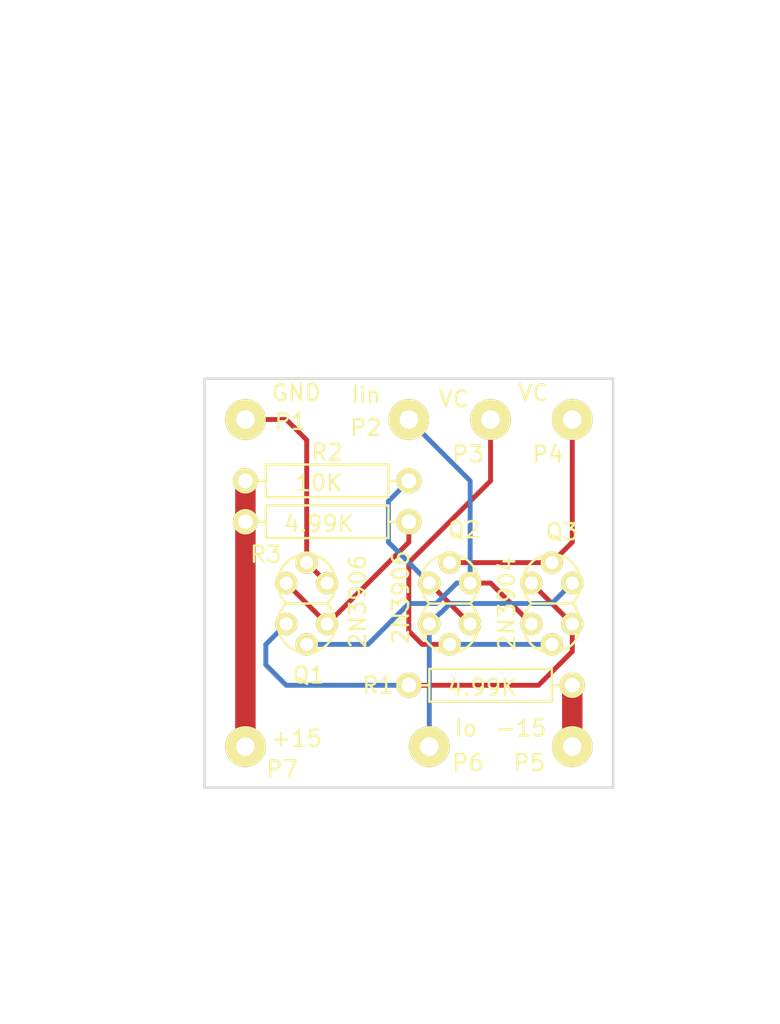
<source format=kicad_pcb>
(kicad_pcb (version 4) (host pcbnew 4.0.7)

  (general
    (links 21)
    (no_connects 0)
    (area 162.484999 73.4692 188.035001 99.135001)
    (thickness 1.6)
    (drawings 13)
    (tracks 49)
    (zones 0)
    (modules 13)
    (nets 11)
  )

  (page A4)
  (layers
    (0 F.Cu signal)
    (31 B.Cu signal)
    (32 B.Adhes user)
    (33 F.Adhes user)
    (34 B.Paste user)
    (35 F.Paste user)
    (36 B.SilkS user)
    (37 F.SilkS user)
    (38 B.Mask user)
    (39 F.Mask user)
    (40 Dwgs.User user)
    (41 Cmts.User user)
    (42 Eco1.User user)
    (43 Eco2.User user)
    (44 Edge.Cuts user)
    (45 Margin user)
    (46 B.CrtYd user)
    (47 F.CrtYd user)
    (48 B.Fab user)
    (49 F.Fab user)
  )

  (setup
    (last_trace_width 0.3048)
    (trace_clearance 0.3048)
    (zone_clearance 0.508)
    (zone_45_only no)
    (trace_min 0.2)
    (segment_width 0.2)
    (edge_width 0.15)
    (via_size 1.5748)
    (via_drill 0.9144)
    (via_min_size 0.4)
    (via_min_drill 0.3)
    (uvia_size 0.3)
    (uvia_drill 0.1)
    (uvias_allowed no)
    (uvia_min_size 0.2)
    (uvia_min_drill 0.1)
    (pcb_text_width 0.3)
    (pcb_text_size 1.5 1.5)
    (mod_edge_width 0.15)
    (mod_text_size 1 1)
    (mod_text_width 0.15)
    (pad_size 1.524 1.524)
    (pad_drill 0.762)
    (pad_to_mask_clearance 0.2)
    (aux_axis_origin 0 0)
    (visible_elements 7FFFEFFF)
    (pcbplotparams
      (layerselection 0x00030_80000001)
      (usegerberextensions false)
      (excludeedgelayer true)
      (linewidth 0.100000)
      (plotframeref false)
      (viasonmask false)
      (mode 1)
      (useauxorigin false)
      (hpglpennumber 1)
      (hpglpenspeed 20)
      (hpglpendiameter 15)
      (hpglpenoverlay 2)
      (psnegative false)
      (psa4output false)
      (plotreference true)
      (plotvalue true)
      (plotinvisibletext false)
      (padsonsilk false)
      (subtractmaskfromsilk false)
      (outputformat 1)
      (mirror false)
      (drillshape 1)
      (scaleselection 1)
      (outputdirectory ""))
  )

  (net 0 "")
  (net 1 "Net-(P1-Pad1)")
  (net 2 "Net-(P2-Pad1)")
  (net 3 "Net-(P3-Pad1)")
  (net 4 "Net-(P4-Pad1)")
  (net 5 "Net-(P6-Pad1)")
  (net 6 "Net-(Q1-Pad3)")
  (net 7 "Net-(Q1-Pad1)")
  (net 8 "Net-(Q2-Pad1)")
  (net 9 /V-)
  (net 10 /V+)

  (net_class Default "This is the default net class."
    (clearance 0.3048)
    (trace_width 0.3048)
    (via_dia 1.5748)
    (via_drill 0.9144)
    (uvia_dia 0.3)
    (uvia_drill 0.1)
    (add_net "Net-(P1-Pad1)")
    (add_net "Net-(P2-Pad1)")
    (add_net "Net-(P3-Pad1)")
    (add_net "Net-(P4-Pad1)")
    (add_net "Net-(P6-Pad1)")
    (add_net "Net-(Q1-Pad1)")
    (add_net "Net-(Q1-Pad3)")
    (add_net "Net-(Q2-Pad1)")
  )

  (net_class Power ""
    (clearance 0.3048)
    (trace_width 1.27)
    (via_dia 1.5748)
    (via_drill 0.9144)
    (uvia_dia 0.3)
    (uvia_drill 0.1)
    (add_net /V+)
    (add_net /V-)
  )

  (module FootPrints:PAD (layer F.Cu) (tedit 5AD1255E) (tstamp 5AD02305)
    (at 165.1 76.2)
    (path /5ACE5324)
    (fp_text reference P1 (at 2.794 0.127) (layer F.SilkS)
      (effects (font (size 1 1) (thickness 0.15)))
    )
    (fp_text value GND (at 3.175 -1.651) (layer F.SilkS)
      (effects (font (size 1 1) (thickness 0.15)))
    )
    (pad 1 thru_hole circle (at 0 0) (size 2.54 2.54) (drill 1.143) (layers *.Cu *.Mask F.SilkS)
      (net 1 "Net-(P1-Pad1)"))
  )

  (module FootPrints:PAD (layer F.Cu) (tedit 5AD1256F) (tstamp 5AD0230A)
    (at 175.26 76.2)
    (path /5ACE4FC0)
    (fp_text reference P2 (at -2.667 0.508) (layer F.SilkS)
      (effects (font (size 1 1) (thickness 0.15)))
    )
    (fp_text value Iin (at -2.667 -1.524) (layer F.SilkS)
      (effects (font (size 1 1) (thickness 0.15)))
    )
    (pad 1 thru_hole circle (at 0 0) (size 2.54 2.54) (drill 1.143) (layers *.Cu *.Mask F.SilkS)
      (net 2 "Net-(P2-Pad1)"))
  )

  (module FootPrints:PAD (layer F.Cu) (tedit 5AD1257D) (tstamp 5AD0230F)
    (at 180.34 76.2)
    (path /5ACE509B)
    (fp_text reference P3 (at -1.397 2.159) (layer F.SilkS)
      (effects (font (size 1 1) (thickness 0.15)))
    )
    (fp_text value VC (at -2.286 -1.27) (layer F.SilkS)
      (effects (font (size 1 1) (thickness 0.15)))
    )
    (pad 1 thru_hole circle (at 0 0) (size 2.54 2.54) (drill 1.143) (layers *.Cu *.Mask F.SilkS)
      (net 3 "Net-(P3-Pad1)"))
  )

  (module FootPrints:PAD (layer F.Cu) (tedit 5AD1258C) (tstamp 5AD02314)
    (at 185.42 76.2)
    (path /5ACE50DB)
    (fp_text reference P4 (at -1.524 2.159) (layer F.SilkS)
      (effects (font (size 1 1) (thickness 0.15)))
    )
    (fp_text value VC (at -2.413 -1.651) (layer F.SilkS)
      (effects (font (size 1 1) (thickness 0.15)))
    )
    (pad 1 thru_hole circle (at 0 0) (size 2.54 2.54) (drill 1.143) (layers *.Cu *.Mask F.SilkS)
      (net 4 "Net-(P4-Pad1)"))
  )

  (module FootPrints:PAD (layer F.Cu) (tedit 5AD125A8) (tstamp 5AD02319)
    (at 185.42 96.52)
    (path /5ACE4ED3)
    (fp_text reference P5 (at -2.667 1.016) (layer F.SilkS)
      (effects (font (size 1 1) (thickness 0.15)))
    )
    (fp_text value -15 (at -3.175 -1.143) (layer F.SilkS)
      (effects (font (size 1 1) (thickness 0.15)))
    )
    (pad 1 thru_hole circle (at 0 0) (size 2.54 2.54) (drill 1.143) (layers *.Cu *.Mask F.SilkS)
      (net 9 /V-))
  )

  (module FootPrints:PAD (layer F.Cu) (tedit 5AD1259B) (tstamp 5AD0231E)
    (at 176.53 96.52)
    (path /5ACE54AD)
    (fp_text reference P6 (at 2.413 1.016) (layer F.SilkS)
      (effects (font (size 1 1) (thickness 0.15)))
    )
    (fp_text value Io (at 2.286 -1.143) (layer F.SilkS)
      (effects (font (size 1 1) (thickness 0.15)))
    )
    (pad 1 thru_hole circle (at 0 0) (size 2.54 2.54) (drill 1.143) (layers *.Cu *.Mask F.SilkS)
      (net 5 "Net-(P6-Pad1)"))
  )

  (module FootPrints:PAD (layer F.Cu) (tedit 5AD125B8) (tstamp 5AD02323)
    (at 165.1 96.52)
    (path /5ACE51F8)
    (fp_text reference P7 (at 2.286 1.397) (layer F.SilkS)
      (effects (font (size 1 1) (thickness 0.15)))
    )
    (fp_text value +15 (at 3.175 -0.508) (layer F.SilkS)
      (effects (font (size 1 1) (thickness 0.15)))
    )
    (pad 1 thru_hole circle (at 0 0) (size 2.54 2.54) (drill 1.143) (layers *.Cu *.Mask F.SilkS)
      (net 10 /V+))
  )

  (module FootPrints:DUAL_TO92 (layer F.Cu) (tedit 589B6499) (tstamp 5AD0232D)
    (at 168.91 87.63)
    (path /5AD02181)
    (fp_text reference Q1 (at 0.127 4.445) (layer F.SilkS)
      (effects (font (size 1 1) (thickness 0.15)))
    )
    (fp_text value 2N3906 (at 3.175 -0.127 90) (layer F.SilkS)
      (effects (font (size 1 1) (thickness 0.15)))
    )
    (fp_arc (start 0 1.27) (end -1.27 2.54) (angle 90) (layer F.SilkS) (width 0.15))
    (fp_arc (start 0 1.27) (end 1.27 2.54) (angle 90) (layer F.SilkS) (width 0.15))
    (fp_arc (start 0 1.27) (end 1.27 0) (angle 90) (layer F.SilkS) (width 0.15))
    (fp_arc (start 0 -1.27) (end 1.27 -2.54) (angle 90) (layer F.SilkS) (width 0.15))
    (fp_arc (start 0 -1.27) (end -1.27 -2.54) (angle 90) (layer F.SilkS) (width 0.15))
    (fp_arc (start 0 -1.27) (end -1.27 0) (angle 90) (layer F.SilkS) (width 0.15))
    (fp_line (start -1.27 0) (end 1.27 0) (layer F.SilkS) (width 0.15))
    (pad 2 thru_hole circle (at 0 2.54) (size 1.397 1.397) (drill 0.8128) (layers *.Cu *.Mask F.SilkS)
      (net 2 "Net-(P2-Pad1)"))
    (pad 3 thru_hole circle (at -1.27 1.27) (size 1.397 1.397) (drill 0.8128) (layers *.Cu *.Mask F.SilkS)
      (net 6 "Net-(Q1-Pad3)"))
    (pad 1 thru_hole circle (at 1.27 1.27) (size 1.397 1.397) (drill 0.8128) (layers *.Cu *.Mask F.SilkS)
      (net 7 "Net-(Q1-Pad1)"))
    (pad 6 thru_hole circle (at 1.27 -1.27) (size 1.397 1.397) (drill 0.8128) (layers *.Cu *.Mask F.SilkS)
      (net 1 "Net-(P1-Pad1)"))
    (pad 4 thru_hole circle (at -1.27 -1.27) (size 1.397 1.397) (drill 0.8128) (layers *.Cu *.Mask F.SilkS)
      (net 7 "Net-(Q1-Pad1)"))
    (pad 5 thru_hole circle (at 0 -2.54) (size 1.397 1.397) (drill 0.8128) (layers *.Cu *.Mask F.SilkS)
      (net 1 "Net-(P1-Pad1)"))
  )

  (module FootPrints:DUAL_TO92 (layer F.Cu) (tedit 589B6499) (tstamp 5AD02337)
    (at 177.8 87.63 180)
    (path /5AD02225)
    (fp_text reference Q2 (at -0.889 4.572 180) (layer F.SilkS)
      (effects (font (size 1 1) (thickness 0.15)))
    )
    (fp_text value 2N3906 (at 3.048 0.381 270) (layer F.SilkS)
      (effects (font (size 1 1) (thickness 0.15)))
    )
    (fp_arc (start 0 1.27) (end -1.27 2.54) (angle 90) (layer F.SilkS) (width 0.15))
    (fp_arc (start 0 1.27) (end 1.27 2.54) (angle 90) (layer F.SilkS) (width 0.15))
    (fp_arc (start 0 1.27) (end 1.27 0) (angle 90) (layer F.SilkS) (width 0.15))
    (fp_arc (start 0 -1.27) (end 1.27 -2.54) (angle 90) (layer F.SilkS) (width 0.15))
    (fp_arc (start 0 -1.27) (end -1.27 -2.54) (angle 90) (layer F.SilkS) (width 0.15))
    (fp_arc (start 0 -1.27) (end -1.27 0) (angle 90) (layer F.SilkS) (width 0.15))
    (fp_line (start -1.27 0) (end 1.27 0) (layer F.SilkS) (width 0.15))
    (pad 2 thru_hole circle (at 0 2.54 180) (size 1.397 1.397) (drill 0.8128) (layers *.Cu *.Mask F.SilkS)
      (net 4 "Net-(P4-Pad1)"))
    (pad 3 thru_hole circle (at -1.27 1.27 180) (size 1.397 1.397) (drill 0.8128) (layers *.Cu *.Mask F.SilkS)
      (net 2 "Net-(P2-Pad1)"))
    (pad 1 thru_hole circle (at 1.27 1.27 180) (size 1.397 1.397) (drill 0.8128) (layers *.Cu *.Mask F.SilkS)
      (net 8 "Net-(Q2-Pad1)"))
    (pad 6 thru_hole circle (at 1.27 -1.27 180) (size 1.397 1.397) (drill 0.8128) (layers *.Cu *.Mask F.SilkS)
      (net 5 "Net-(P6-Pad1)"))
    (pad 4 thru_hole circle (at -1.27 -1.27 180) (size 1.397 1.397) (drill 0.8128) (layers *.Cu *.Mask F.SilkS)
      (net 8 "Net-(Q2-Pad1)"))
    (pad 5 thru_hole circle (at 0 -2.54 180) (size 1.397 1.397) (drill 0.8128) (layers *.Cu *.Mask F.SilkS)
      (net 3 "Net-(P3-Pad1)"))
  )

  (module FootPrints:DUAL_TO92 (layer F.Cu) (tedit 589B6499) (tstamp 5AD02341)
    (at 184.15 87.63)
    (path /5AD0243B)
    (fp_text reference Q3 (at 0.635 -4.445) (layer F.SilkS)
      (effects (font (size 1 1) (thickness 0.15)))
    )
    (fp_text value 2N3904 (at -2.794 0 90) (layer F.SilkS)
      (effects (font (size 1 1) (thickness 0.15)))
    )
    (fp_arc (start 0 1.27) (end -1.27 2.54) (angle 90) (layer F.SilkS) (width 0.15))
    (fp_arc (start 0 1.27) (end 1.27 2.54) (angle 90) (layer F.SilkS) (width 0.15))
    (fp_arc (start 0 1.27) (end 1.27 0) (angle 90) (layer F.SilkS) (width 0.15))
    (fp_arc (start 0 -1.27) (end 1.27 -2.54) (angle 90) (layer F.SilkS) (width 0.15))
    (fp_arc (start 0 -1.27) (end -1.27 -2.54) (angle 90) (layer F.SilkS) (width 0.15))
    (fp_arc (start 0 -1.27) (end -1.27 0) (angle 90) (layer F.SilkS) (width 0.15))
    (fp_line (start -1.27 0) (end 1.27 0) (layer F.SilkS) (width 0.15))
    (pad 2 thru_hole circle (at 0 2.54) (size 1.397 1.397) (drill 0.8128) (layers *.Cu *.Mask F.SilkS)
      (net 3 "Net-(P3-Pad1)"))
    (pad 3 thru_hole circle (at -1.27 1.27) (size 1.397 1.397) (drill 0.8128) (layers *.Cu *.Mask F.SilkS)
      (net 2 "Net-(P2-Pad1)"))
    (pad 1 thru_hole circle (at 1.27 1.27) (size 1.397 1.397) (drill 0.8128) (layers *.Cu *.Mask F.SilkS)
      (net 6 "Net-(Q1-Pad3)"))
    (pad 6 thru_hole circle (at 1.27 -1.27) (size 1.397 1.397) (drill 0.8128) (layers *.Cu *.Mask F.SilkS)
      (net 5 "Net-(P6-Pad1)"))
    (pad 4 thru_hole circle (at -1.27 -1.27) (size 1.397 1.397) (drill 0.8128) (layers *.Cu *.Mask F.SilkS)
      (net 6 "Net-(Q1-Pad3)"))
    (pad 5 thru_hole circle (at 0 -2.54) (size 1.397 1.397) (drill 0.8128) (layers *.Cu *.Mask F.SilkS)
      (net 4 "Net-(P4-Pad1)"))
  )

  (module FootPrints:AXIAL0.4 (layer F.Cu) (tedit 56ACF211) (tstamp 5AD02347)
    (at 180.34 92.71)
    (path /5ACD8C95)
    (fp_text reference R1 (at -6.985 0) (layer F.SilkS)
      (effects (font (size 1 1) (thickness 0.15)))
    )
    (fp_text value 4.99K (at -0.508 0.127) (layer F.SilkS)
      (effects (font (size 1 1) (thickness 0.15)))
    )
    (fp_line (start -3.81 -1.016) (end -3.81 1.016) (layer F.SilkS) (width 0.15))
    (fp_line (start 3.81 -1.016) (end 3.81 1.016) (layer F.SilkS) (width 0.15))
    (fp_line (start -3.81 0) (end -4.318 0) (layer F.SilkS) (width 0.15))
    (fp_line (start 4.445 0) (end 3.81 0) (layer F.SilkS) (width 0.15))
    (fp_line (start -3.81 1.016) (end 3.81 1.016) (layer F.SilkS) (width 0.15))
    (fp_line (start 3.81 -1.016) (end -3.81 -1.016) (layer F.SilkS) (width 0.15))
    (pad 1 thru_hole circle (at -5.08 0) (size 1.5748 1.5748) (drill 0.9144) (layers *.Cu *.Mask F.SilkS)
      (net 6 "Net-(Q1-Pad3)"))
    (pad 2 thru_hole circle (at 5.08 0) (size 1.5748 1.5748) (drill 0.9144) (layers *.Cu *.Mask F.SilkS)
      (net 9 /V-))
  )

  (module FootPrints:AXIAL0.4 (layer F.Cu) (tedit 56ACF211) (tstamp 5AD0234D)
    (at 170.18 80.01)
    (path /5ACD8D21)
    (fp_text reference R2 (at 0 -1.778) (layer F.SilkS)
      (effects (font (size 1 1) (thickness 0.15)))
    )
    (fp_text value 10K (at -0.508 0.127) (layer F.SilkS)
      (effects (font (size 1 1) (thickness 0.15)))
    )
    (fp_line (start -3.81 -1.016) (end -3.81 1.016) (layer F.SilkS) (width 0.15))
    (fp_line (start 3.81 -1.016) (end 3.81 1.016) (layer F.SilkS) (width 0.15))
    (fp_line (start -3.81 0) (end -4.318 0) (layer F.SilkS) (width 0.15))
    (fp_line (start 4.445 0) (end 3.81 0) (layer F.SilkS) (width 0.15))
    (fp_line (start -3.81 1.016) (end 3.81 1.016) (layer F.SilkS) (width 0.15))
    (fp_line (start 3.81 -1.016) (end -3.81 -1.016) (layer F.SilkS) (width 0.15))
    (pad 1 thru_hole circle (at -5.08 0) (size 1.5748 1.5748) (drill 0.9144) (layers *.Cu *.Mask F.SilkS)
      (net 10 /V+))
    (pad 2 thru_hole circle (at 5.08 0) (size 1.5748 1.5748) (drill 0.9144) (layers *.Cu *.Mask F.SilkS)
      (net 8 "Net-(Q2-Pad1)"))
  )

  (module FootPrints:AXIAL0.4 (layer F.Cu) (tedit 56ACF211) (tstamp 5AD02353)
    (at 170.18 82.55)
    (path /5ACD8DD4)
    (fp_text reference R3 (at -3.81 2.032) (layer F.SilkS)
      (effects (font (size 1 1) (thickness 0.15)))
    )
    (fp_text value 4.99K (at -0.508 0.127) (layer F.SilkS)
      (effects (font (size 1 1) (thickness 0.15)))
    )
    (fp_line (start -3.81 -1.016) (end -3.81 1.016) (layer F.SilkS) (width 0.15))
    (fp_line (start 3.81 -1.016) (end 3.81 1.016) (layer F.SilkS) (width 0.15))
    (fp_line (start -3.81 0) (end -4.318 0) (layer F.SilkS) (width 0.15))
    (fp_line (start 4.445 0) (end 3.81 0) (layer F.SilkS) (width 0.15))
    (fp_line (start -3.81 1.016) (end 3.81 1.016) (layer F.SilkS) (width 0.15))
    (fp_line (start 3.81 -1.016) (end -3.81 -1.016) (layer F.SilkS) (width 0.15))
    (pad 1 thru_hole circle (at -5.08 0) (size 1.5748 1.5748) (drill 0.9144) (layers *.Cu *.Mask F.SilkS)
      (net 10 /V+))
    (pad 2 thru_hole circle (at 5.08 0) (size 1.5748 1.5748) (drill 0.9144) (layers *.Cu *.Mask F.SilkS)
      (net 7 "Net-(Q1-Pad1)"))
  )

  (dimension 25.4 (width 0.3) (layer F.Fab)
    (gr_text "1.0000 in" (at 175.26 114.38) (layer F.Fab)
      (effects (font (size 1.5 1.5) (thickness 0.3)))
    )
    (feature1 (pts (xy 187.96 100.33) (xy 187.96 115.73)))
    (feature2 (pts (xy 162.56 100.33) (xy 162.56 115.73)))
    (crossbar (pts (xy 162.56 113.03) (xy 187.96 113.03)))
    (arrow1a (pts (xy 187.96 113.03) (xy 186.833496 113.616421)))
    (arrow1b (pts (xy 187.96 113.03) (xy 186.833496 112.443579)))
    (arrow2a (pts (xy 162.56 113.03) (xy 163.686504 113.616421)))
    (arrow2b (pts (xy 162.56 113.03) (xy 163.686504 112.443579)))
  )
  (dimension 20.32 (width 0.3) (layer F.Fab)
    (gr_text "0.8000 in" (at 175.26 109.3) (layer F.Fab)
      (effects (font (size 1.5 1.5) (thickness 0.3)))
    )
    (feature1 (pts (xy 185.42 99.06) (xy 185.42 110.65)))
    (feature2 (pts (xy 165.1 99.06) (xy 165.1 110.65)))
    (crossbar (pts (xy 165.1 107.95) (xy 185.42 107.95)))
    (arrow1a (pts (xy 185.42 107.95) (xy 184.293496 108.536421)))
    (arrow1b (pts (xy 185.42 107.95) (xy 184.293496 107.363579)))
    (arrow2a (pts (xy 165.1 107.95) (xy 166.226504 108.536421)))
    (arrow2b (pts (xy 165.1 107.95) (xy 166.226504 107.363579)))
  )
  (dimension 2.54 (width 0.3) (layer F.Fab)
    (gr_text "0.1000 in" (at 163.83 51.99) (layer F.Fab)
      (effects (font (size 1.5 1.5) (thickness 0.3)))
    )
    (feature1 (pts (xy 165.1 73.66) (xy 165.1 50.64)))
    (feature2 (pts (xy 162.56 73.66) (xy 162.56 50.64)))
    (crossbar (pts (xy 162.56 53.34) (xy 165.1 53.34)))
    (arrow1a (pts (xy 165.1 53.34) (xy 163.973496 53.926421)))
    (arrow1b (pts (xy 165.1 53.34) (xy 163.973496 52.753579)))
    (arrow2a (pts (xy 162.56 53.34) (xy 163.686504 53.926421)))
    (arrow2b (pts (xy 162.56 53.34) (xy 163.686504 52.753579)))
  )
  (dimension 20.32 (width 0.3) (layer F.Fab)
    (gr_text "0.8000 in" (at 175.26 57.07) (layer F.Fab)
      (effects (font (size 1.5 1.5) (thickness 0.3)))
    )
    (feature1 (pts (xy 185.42 73.66) (xy 185.42 55.72)))
    (feature2 (pts (xy 165.1 73.66) (xy 165.1 55.72)))
    (crossbar (pts (xy 165.1 58.42) (xy 185.42 58.42)))
    (arrow1a (pts (xy 185.42 58.42) (xy 184.293496 59.006421)))
    (arrow1b (pts (xy 185.42 58.42) (xy 184.293496 57.833579)))
    (arrow2a (pts (xy 165.1 58.42) (xy 166.226504 59.006421)))
    (arrow2b (pts (xy 165.1 58.42) (xy 166.226504 57.833579)))
  )
  (dimension 15.24 (width 0.3) (layer F.Fab)
    (gr_text "0.6000 in" (at 172.72 63.42) (layer F.Fab)
      (effects (font (size 1.5 1.5) (thickness 0.3)))
    )
    (feature1 (pts (xy 180.34 73.66) (xy 180.34 62.07)))
    (feature2 (pts (xy 165.1 73.66) (xy 165.1 62.07)))
    (crossbar (pts (xy 165.1 64.77) (xy 180.34 64.77)))
    (arrow1a (pts (xy 180.34 64.77) (xy 179.213496 65.356421)))
    (arrow1b (pts (xy 180.34 64.77) (xy 179.213496 64.183579)))
    (arrow2a (pts (xy 165.1 64.77) (xy 166.226504 65.356421)))
    (arrow2b (pts (xy 165.1 64.77) (xy 166.226504 64.183579)))
  )
  (dimension 10.16 (width 0.3) (layer F.Fab)
    (gr_text "0.4000 in" (at 170.18 68.5) (layer F.Fab)
      (effects (font (size 1.5 1.5) (thickness 0.3)))
    )
    (feature1 (pts (xy 175.26 73.66) (xy 175.26 67.15)))
    (feature2 (pts (xy 165.1 73.66) (xy 165.1 67.15)))
    (crossbar (pts (xy 165.1 69.85) (xy 175.26 69.85)))
    (arrow1a (pts (xy 175.26 69.85) (xy 174.133496 70.436421)))
    (arrow1b (pts (xy 175.26 69.85) (xy 174.133496 69.263579)))
    (arrow2a (pts (xy 165.1 69.85) (xy 166.226504 70.436421)))
    (arrow2b (pts (xy 165.1 69.85) (xy 166.226504 69.263579)))
  )
  (dimension 20.32 (width 0.3) (layer F.Fab)
    (gr_text "0.8000 in" (at 156.13 86.36 90) (layer F.Fab)
      (effects (font (size 1.5 1.5) (thickness 0.3)))
    )
    (feature1 (pts (xy 162.56 76.2) (xy 154.78 76.2)))
    (feature2 (pts (xy 162.56 96.52) (xy 154.78 96.52)))
    (crossbar (pts (xy 157.48 96.52) (xy 157.48 76.2)))
    (arrow1a (pts (xy 157.48 76.2) (xy 158.066421 77.326504)))
    (arrow1b (pts (xy 157.48 76.2) (xy 156.893579 77.326504)))
    (arrow2a (pts (xy 157.48 96.52) (xy 158.066421 95.393496)))
    (arrow2b (pts (xy 157.48 96.52) (xy 156.893579 95.393496)))
  )
  (dimension 11.43 (width 0.3) (layer F.Fab)
    (gr_text "0.4500 in" (at 170.815 104.22) (layer F.Fab)
      (effects (font (size 1.5 1.5) (thickness 0.3)))
    )
    (feature1 (pts (xy 176.53 99.06) (xy 176.53 105.57)))
    (feature2 (pts (xy 165.1 99.06) (xy 165.1 105.57)))
    (crossbar (pts (xy 165.1 102.87) (xy 176.53 102.87)))
    (arrow1a (pts (xy 176.53 102.87) (xy 175.403496 103.456421)))
    (arrow1b (pts (xy 176.53 102.87) (xy 175.403496 102.283579)))
    (arrow2a (pts (xy 165.1 102.87) (xy 166.226504 103.456421)))
    (arrow2b (pts (xy 165.1 102.87) (xy 166.226504 102.283579)))
  )
  (dimension 25.4 (width 0.3) (layer F.Fab)
    (gr_text "1.0000 in" (at 195.66 86.36 270) (layer F.Fab)
      (effects (font (size 1.5 1.5) (thickness 0.3)))
    )
    (feature1 (pts (xy 189.23 99.06) (xy 197.01 99.06)))
    (feature2 (pts (xy 189.23 73.66) (xy 197.01 73.66)))
    (crossbar (pts (xy 194.31 73.66) (xy 194.31 99.06)))
    (arrow1a (pts (xy 194.31 99.06) (xy 193.723579 97.933496)))
    (arrow1b (pts (xy 194.31 99.06) (xy 194.896421 97.933496)))
    (arrow2a (pts (xy 194.31 73.66) (xy 193.723579 74.786504)))
    (arrow2b (pts (xy 194.31 73.66) (xy 194.896421 74.786504)))
  )
  (gr_line (start 187.96 73.66) (end 162.56 73.66) (layer Edge.Cuts) (width 0.15))
  (gr_line (start 187.96 99.06) (end 187.96 73.66) (layer Edge.Cuts) (width 0.15))
  (gr_line (start 162.56 99.06) (end 187.96 99.06) (layer Edge.Cuts) (width 0.15))
  (gr_line (start 162.56 73.66) (end 162.56 99.06) (layer Edge.Cuts) (width 0.15))

  (segment (start 167.64 76.2) (end 165.1 76.2) (width 0.3048) (layer F.Cu) (net 1))
  (segment (start 168.91 77.47) (end 167.64 76.2) (width 0.3048) (layer F.Cu) (net 1))
  (segment (start 168.91 85.09) (end 168.91 77.47) (width 0.3048) (layer F.Cu) (net 1))
  (segment (start 168.91 85.09) (end 170.18 86.36) (width 0.3048) (layer F.Cu) (net 1))
  (segment (start 175.26 76.2) (end 179.07 80.01) (width 0.3048) (layer B.Cu) (net 2))
  (segment (start 179.07 80.01) (end 179.07 86.36) (width 0.3048) (layer B.Cu) (net 2))
  (segment (start 179.07 86.36) (end 180.34 86.36) (width 0.3048) (layer F.Cu) (net 2))
  (segment (start 180.34 86.36) (end 182.88 88.9) (width 0.3048) (layer F.Cu) (net 2))
  (segment (start 176.970438 87.63) (end 178.240438 86.36) (width 0.3048) (layer B.Cu) (net 2))
  (segment (start 172.72 90.17) (end 175.26 87.63) (width 0.3048) (layer B.Cu) (net 2))
  (segment (start 178.240438 86.36) (end 179.07 86.36) (width 0.3048) (layer B.Cu) (net 2))
  (segment (start 168.91 90.17) (end 172.72 90.17) (width 0.3048) (layer B.Cu) (net 2))
  (segment (start 175.26 87.63) (end 176.970438 87.63) (width 0.3048) (layer B.Cu) (net 2))
  (segment (start 176.089562 90.17) (end 177.8 90.17) (width 0.3048) (layer F.Cu) (net 3))
  (segment (start 175.26 88.9) (end 175.26 89.340438) (width 0.3048) (layer F.Cu) (net 3))
  (segment (start 175.26 89.340438) (end 176.089562 90.17) (width 0.3048) (layer F.Cu) (net 3))
  (segment (start 175.26 85.09) (end 175.26 88.9) (width 0.3048) (layer F.Cu) (net 3))
  (segment (start 180.34 80.01) (end 175.26 85.09) (width 0.3048) (layer F.Cu) (net 3))
  (segment (start 180.34 76.2) (end 180.34 80.01) (width 0.3048) (layer F.Cu) (net 3))
  (segment (start 177.8 90.17) (end 184.15 90.17) (width 0.3048) (layer B.Cu) (net 3))
  (segment (start 185.42 76.2) (end 185.42 83.82) (width 0.3048) (layer F.Cu) (net 4))
  (segment (start 185.42 83.82) (end 184.15 85.09) (width 0.3048) (layer F.Cu) (net 4))
  (segment (start 177.8 85.09) (end 184.15 85.09) (width 0.3048) (layer F.Cu) (net 4))
  (segment (start 176.53 88.9) (end 176.53 96.52) (width 0.3048) (layer B.Cu) (net 5))
  (segment (start 184.721501 87.058499) (end 185.42 86.36) (width 0.3048) (layer B.Cu) (net 5))
  (segment (start 184.15 87.63) (end 184.721501 87.058499) (width 0.3048) (layer B.Cu) (net 5))
  (segment (start 177.261057 88.201501) (end 177.832558 87.63) (width 0.3048) (layer B.Cu) (net 5))
  (segment (start 177.228499 88.201501) (end 177.261057 88.201501) (width 0.3048) (layer B.Cu) (net 5))
  (segment (start 176.53 88.9) (end 177.228499 88.201501) (width 0.3048) (layer B.Cu) (net 5))
  (segment (start 177.832558 87.63) (end 184.15 87.63) (width 0.3048) (layer B.Cu) (net 5))
  (segment (start 175.26 92.71) (end 183.320438 92.71) (width 0.3048) (layer F.Cu) (net 6))
  (segment (start 183.320438 92.71) (end 185.42 90.610438) (width 0.3048) (layer F.Cu) (net 6))
  (segment (start 185.42 90.610438) (end 185.42 89.887828) (width 0.3048) (layer F.Cu) (net 6))
  (segment (start 185.42 89.887828) (end 185.42 88.9) (width 0.3048) (layer F.Cu) (net 6))
  (segment (start 166.37 90.17) (end 167.64 88.9) (width 0.3048) (layer B.Cu) (net 6))
  (segment (start 166.37 91.44) (end 166.37 90.17) (width 0.3048) (layer B.Cu) (net 6))
  (segment (start 167.64 92.71) (end 166.37 91.44) (width 0.3048) (layer B.Cu) (net 6))
  (segment (start 175.26 92.71) (end 167.64 92.71) (width 0.3048) (layer B.Cu) (net 6))
  (segment (start 185.42 88.9) (end 182.88 86.36) (width 0.3048) (layer F.Cu) (net 6))
  (segment (start 167.64 86.36) (end 170.18 88.9) (width 0.3048) (layer F.Cu) (net 7))
  (segment (start 175.26 82.55) (end 175.26 83.82) (width 0.3048) (layer F.Cu) (net 7))
  (segment (start 175.26 83.82) (end 170.18 88.9) (width 0.3048) (layer F.Cu) (net 7))
  (segment (start 173.99 83.82) (end 176.53 86.36) (width 0.3048) (layer B.Cu) (net 8))
  (segment (start 173.99 81.28) (end 173.99 83.82) (width 0.3048) (layer B.Cu) (net 8))
  (segment (start 175.26 80.01) (end 173.99 81.28) (width 0.3048) (layer B.Cu) (net 8))
  (segment (start 176.53 86.36) (end 179.07 88.9) (width 0.3048) (layer F.Cu) (net 8))
  (segment (start 185.42 96.52) (end 185.42 92.71) (width 1.27) (layer F.Cu) (net 9))
  (segment (start 165.1 82.55) (end 165.1 80.01) (width 1.27) (layer F.Cu) (net 10))
  (segment (start 165.1 96.52) (end 165.1 82.55) (width 1.27) (layer F.Cu) (net 10))

)

</source>
